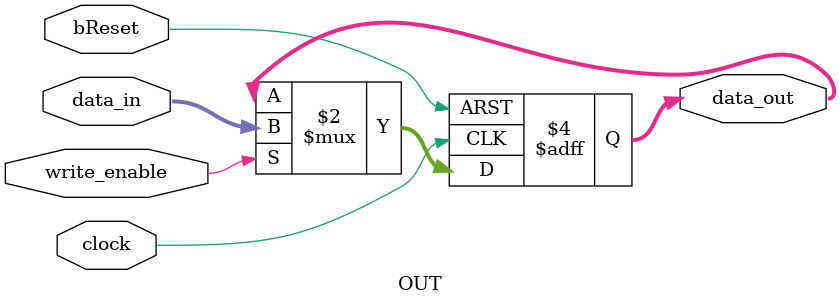
<source format=v>

module OUT(
    input       [7:0] data_in,
    output reg  [7:0] data_out,
    input             clock,
    input             write_enable,
    input             bReset
);

always @(posedge clock or posedge bReset) begin
    if (bReset)
        data_out <= 8'b0;
    else if (write_enable)
        data_out <= data_in;
end

endmodule


</source>
